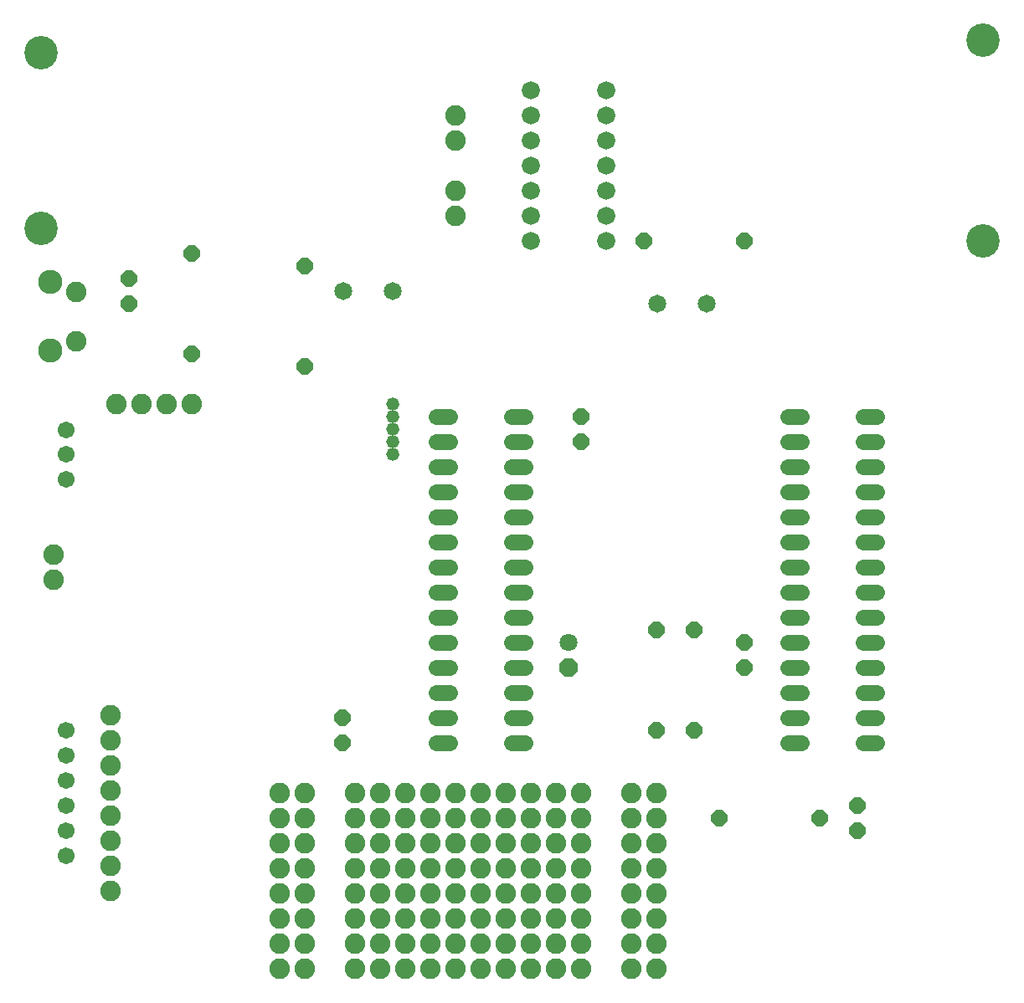
<source format=gbs>
G75*
%MOIN*%
%OFA0B0*%
%FSLAX25Y25*%
%IPPOS*%
%LPD*%
%AMOC8*
5,1,8,0,0,1.08239X$1,22.5*
%
%ADD10C,0.13300*%
%ADD11C,0.06400*%
%ADD12C,0.08182*%
%ADD13C,0.09658*%
%ADD14C,0.08200*%
%ADD15C,0.06743*%
%ADD16OC8,0.06400*%
%ADD17C,0.05200*%
%ADD18C,0.07137*%
%ADD19C,0.07100*%
%ADD20OC8,0.07100*%
%ADD21C,0.06700*%
%ADD22C,0.07200*%
D10*
X0140000Y0306800D03*
X0140000Y0376800D03*
X0515000Y0381800D03*
X0515000Y0301800D03*
D11*
X0472800Y0231800D02*
X0467200Y0231800D01*
X0467200Y0221800D02*
X0472800Y0221800D01*
X0472800Y0211800D02*
X0467200Y0211800D01*
X0467200Y0201800D02*
X0472800Y0201800D01*
X0472800Y0191800D02*
X0467200Y0191800D01*
X0467200Y0181800D02*
X0472800Y0181800D01*
X0472800Y0171800D02*
X0467200Y0171800D01*
X0467200Y0161800D02*
X0472800Y0161800D01*
X0472800Y0151800D02*
X0467200Y0151800D01*
X0467200Y0141800D02*
X0472800Y0141800D01*
X0472800Y0131800D02*
X0467200Y0131800D01*
X0467200Y0121800D02*
X0472800Y0121800D01*
X0472800Y0111800D02*
X0467200Y0111800D01*
X0467200Y0101800D02*
X0472800Y0101800D01*
X0442800Y0101800D02*
X0437200Y0101800D01*
X0437200Y0111800D02*
X0442800Y0111800D01*
X0442800Y0121800D02*
X0437200Y0121800D01*
X0437200Y0131800D02*
X0442800Y0131800D01*
X0442800Y0141800D02*
X0437200Y0141800D01*
X0437200Y0151800D02*
X0442800Y0151800D01*
X0442800Y0161800D02*
X0437200Y0161800D01*
X0437200Y0171800D02*
X0442800Y0171800D01*
X0442800Y0181800D02*
X0437200Y0181800D01*
X0437200Y0191800D02*
X0442800Y0191800D01*
X0442800Y0201800D02*
X0437200Y0201800D01*
X0437200Y0211800D02*
X0442800Y0211800D01*
X0442800Y0221800D02*
X0437200Y0221800D01*
X0437200Y0231800D02*
X0442800Y0231800D01*
X0332800Y0231800D02*
X0327200Y0231800D01*
X0327200Y0221800D02*
X0332800Y0221800D01*
X0332800Y0211800D02*
X0327200Y0211800D01*
X0327200Y0201800D02*
X0332800Y0201800D01*
X0332800Y0191800D02*
X0327200Y0191800D01*
X0327200Y0181800D02*
X0332800Y0181800D01*
X0332800Y0171800D02*
X0327200Y0171800D01*
X0327200Y0161800D02*
X0332800Y0161800D01*
X0332800Y0151800D02*
X0327200Y0151800D01*
X0327200Y0141800D02*
X0332800Y0141800D01*
X0332800Y0131800D02*
X0327200Y0131800D01*
X0327200Y0121800D02*
X0332800Y0121800D01*
X0332800Y0111800D02*
X0327200Y0111800D01*
X0327200Y0101800D02*
X0332800Y0101800D01*
X0302800Y0101800D02*
X0297200Y0101800D01*
X0297200Y0111800D02*
X0302800Y0111800D01*
X0302800Y0121800D02*
X0297200Y0121800D01*
X0297200Y0131800D02*
X0302800Y0131800D01*
X0302800Y0141800D02*
X0297200Y0141800D01*
X0297200Y0151800D02*
X0302800Y0151800D01*
X0302800Y0161800D02*
X0297200Y0161800D01*
X0297200Y0171800D02*
X0302800Y0171800D01*
X0302800Y0181800D02*
X0297200Y0181800D01*
X0297200Y0191800D02*
X0302800Y0191800D01*
X0302800Y0201800D02*
X0297200Y0201800D01*
X0297200Y0211800D02*
X0302800Y0211800D01*
X0302800Y0221800D02*
X0297200Y0221800D01*
X0297200Y0231800D02*
X0302800Y0231800D01*
D12*
X0154130Y0261957D03*
X0154130Y0281643D03*
D13*
X0143500Y0285580D03*
X0143500Y0258020D03*
D14*
X0170000Y0236800D03*
X0180000Y0236800D03*
X0190000Y0236800D03*
X0200000Y0236800D03*
X0145000Y0176800D03*
X0145000Y0166800D03*
X0167500Y0112800D03*
X0167500Y0102800D03*
X0167500Y0092800D03*
X0167500Y0082800D03*
X0167500Y0072800D03*
X0167500Y0062800D03*
X0167500Y0052800D03*
X0167500Y0042800D03*
X0235000Y0041800D03*
X0235000Y0051800D03*
X0245000Y0051800D03*
X0245000Y0041800D03*
X0245000Y0031800D03*
X0245000Y0021800D03*
X0235000Y0021800D03*
X0235000Y0031800D03*
X0235000Y0011800D03*
X0245000Y0011800D03*
X0265000Y0011800D03*
X0275000Y0011800D03*
X0285000Y0011800D03*
X0295000Y0011800D03*
X0305000Y0011800D03*
X0315000Y0011800D03*
X0325000Y0011800D03*
X0335000Y0011800D03*
X0345000Y0011800D03*
X0355000Y0011800D03*
X0355000Y0021800D03*
X0355000Y0031800D03*
X0345000Y0031800D03*
X0345000Y0021800D03*
X0335000Y0021800D03*
X0335000Y0031800D03*
X0325000Y0031800D03*
X0325000Y0021800D03*
X0315000Y0021800D03*
X0315000Y0031800D03*
X0305000Y0031800D03*
X0305000Y0021800D03*
X0295000Y0021800D03*
X0285000Y0021800D03*
X0285000Y0031800D03*
X0295000Y0031800D03*
X0295000Y0041800D03*
X0285000Y0041800D03*
X0285000Y0051800D03*
X0295000Y0051800D03*
X0305000Y0051800D03*
X0305000Y0041800D03*
X0315000Y0041800D03*
X0315000Y0051800D03*
X0325000Y0051800D03*
X0325000Y0041800D03*
X0335000Y0041800D03*
X0335000Y0051800D03*
X0345000Y0051800D03*
X0345000Y0041800D03*
X0355000Y0041800D03*
X0355000Y0051800D03*
X0355000Y0061800D03*
X0345000Y0061800D03*
X0335000Y0061800D03*
X0325000Y0061800D03*
X0315000Y0061800D03*
X0305000Y0061800D03*
X0295000Y0061800D03*
X0285000Y0061800D03*
X0275000Y0061800D03*
X0265000Y0061800D03*
X0265000Y0051800D03*
X0265000Y0041800D03*
X0275000Y0041800D03*
X0275000Y0051800D03*
X0275000Y0031800D03*
X0275000Y0021800D03*
X0265000Y0021800D03*
X0265000Y0031800D03*
X0245000Y0061800D03*
X0235000Y0061800D03*
X0235000Y0071800D03*
X0235000Y0081800D03*
X0245000Y0081800D03*
X0245000Y0071800D03*
X0265000Y0071800D03*
X0265000Y0081800D03*
X0275000Y0081800D03*
X0275000Y0071800D03*
X0285000Y0071800D03*
X0295000Y0071800D03*
X0295000Y0081800D03*
X0285000Y0081800D03*
X0305000Y0081800D03*
X0305000Y0071800D03*
X0315000Y0071800D03*
X0315000Y0081800D03*
X0325000Y0081800D03*
X0325000Y0071800D03*
X0335000Y0071800D03*
X0335000Y0081800D03*
X0345000Y0081800D03*
X0345000Y0071800D03*
X0355000Y0071800D03*
X0355000Y0081800D03*
X0375000Y0081800D03*
X0375000Y0071800D03*
X0385000Y0071800D03*
X0385000Y0081800D03*
X0385000Y0061800D03*
X0375000Y0061800D03*
X0375000Y0051800D03*
X0375000Y0041800D03*
X0385000Y0041800D03*
X0385000Y0051800D03*
X0385000Y0031800D03*
X0385000Y0021800D03*
X0375000Y0021800D03*
X0375000Y0031800D03*
X0375000Y0011800D03*
X0385000Y0011800D03*
X0305000Y0311800D03*
X0305000Y0321800D03*
X0305000Y0341800D03*
X0305000Y0351800D03*
D15*
X0150000Y0226643D03*
X0150000Y0216800D03*
X0150000Y0206957D03*
D16*
X0200000Y0256800D03*
X0175000Y0276800D03*
X0175000Y0286800D03*
X0200000Y0296800D03*
X0245000Y0291800D03*
X0245000Y0251800D03*
X0355000Y0231800D03*
X0355000Y0221800D03*
X0385000Y0146800D03*
X0400000Y0146800D03*
X0420000Y0141800D03*
X0420000Y0131800D03*
X0400000Y0106800D03*
X0385000Y0106800D03*
X0410000Y0071800D03*
X0450000Y0071800D03*
X0465000Y0066800D03*
X0465000Y0076800D03*
X0260000Y0101800D03*
X0260000Y0111800D03*
X0380000Y0301800D03*
X0420000Y0301800D03*
D17*
X0280000Y0236800D03*
X0280000Y0231800D03*
X0280000Y0226800D03*
X0280000Y0221800D03*
X0280000Y0216800D03*
D18*
X0279843Y0281800D03*
X0260157Y0281800D03*
X0385157Y0276800D03*
X0404843Y0276800D03*
D19*
X0350000Y0141800D03*
D20*
X0350000Y0131800D03*
D21*
X0150000Y0056800D03*
X0150000Y0066800D03*
X0150000Y0076800D03*
X0150000Y0086800D03*
X0150000Y0096800D03*
X0150000Y0106800D03*
D22*
X0335000Y0301800D03*
X0335000Y0311800D03*
X0335000Y0321800D03*
X0335000Y0331800D03*
X0335000Y0341800D03*
X0335000Y0351800D03*
X0335000Y0361800D03*
X0365000Y0361800D03*
X0365000Y0351800D03*
X0365000Y0341800D03*
X0365000Y0331800D03*
X0365000Y0321800D03*
X0365000Y0311800D03*
X0365000Y0301800D03*
M02*

</source>
